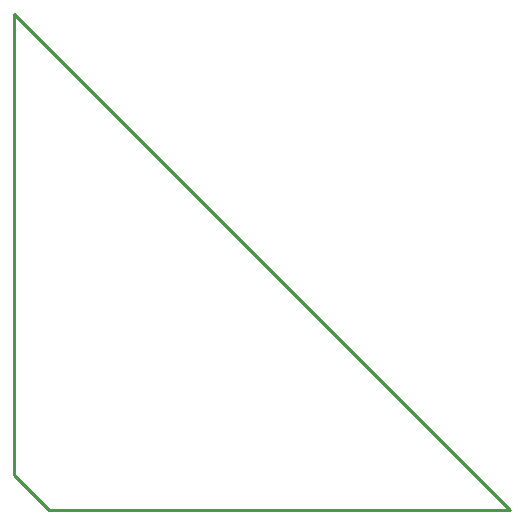
<source format=gko>
G04 start of page 4 for group 2 idx 2 *
G04 Title: 26.005.00.01.01, outline *
G04 Creator: pcb 4.2.2 *
G04 CreationDate: Sat Feb 13 13:51:23 2021 UTC *
G04 For: bert *
G04 Format: Gerber/RS-274X *
G04 PCB-Dimensions (mil): 2047.24 2047.24 *
G04 PCB-Coordinate-Origin: lower left *
%MOIN*%
%FSLAX25Y25*%
%LNGKO*%
%ADD17C,0.0100*%
G54D17*X19685Y185039D02*Y31496D01*
X31496Y19685D02*X19685Y31496D01*
X31496Y19685D02*X185039D01*
X19685Y185039D01*
M02*

</source>
